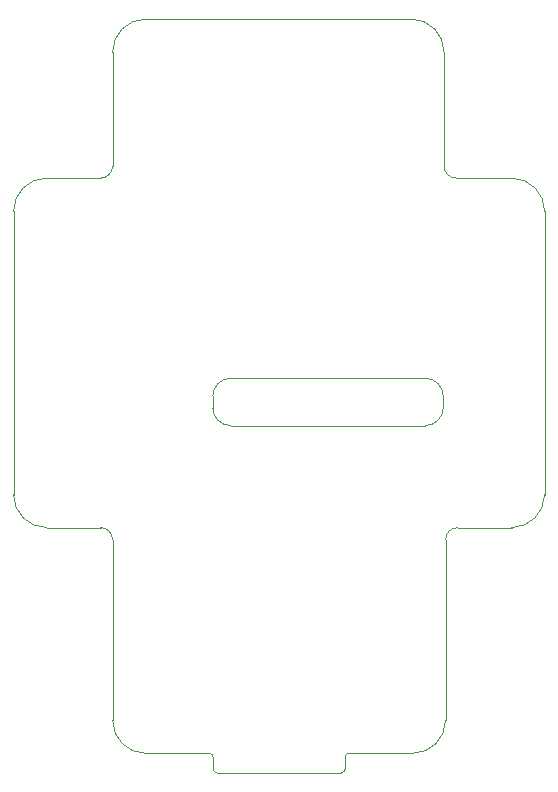
<source format=gbr>
G04 #@! TF.GenerationSoftware,KiCad,Pcbnew,(5.1.4)-1*
G04 #@! TF.CreationDate,2020-08-10T08:42:24-07:00*
G04 #@! TF.ProjectId,SkateLightMainBoard,536b6174-654c-4696-9768-744d61696e42,rev?*
G04 #@! TF.SameCoordinates,Original*
G04 #@! TF.FileFunction,Profile,NP*
%FSLAX46Y46*%
G04 Gerber Fmt 4.6, Leading zero omitted, Abs format (unit mm)*
G04 Created by KiCad (PCBNEW (5.1.4)-1) date 2020-08-10 08:42:24*
%MOMM*%
%LPD*%
G04 APERTURE LIST*
%ADD10C,0.050000*%
G04 APERTURE END LIST*
D10*
X12390000Y-8000000D02*
X-4110000Y-8000000D01*
X13890000Y-6500000D02*
G75*
G02X12390000Y-8000000I-1500000J0D01*
G01*
X13890000Y-5500000D02*
X13890000Y-6500000D01*
X12390000Y-4000000D02*
G75*
G02X13890000Y-5500000I0J-1500000D01*
G01*
X-4110000Y-8000000D02*
G75*
G02X-5610000Y-6500000I0J1500000D01*
G01*
X-4110000Y-4000000D02*
X12390000Y-4000000D01*
X-5610000Y-5500000D02*
G75*
G02X-4110000Y-4000000I1500000J0D01*
G01*
X-5610000Y-6500000D02*
X-5610000Y-5500000D01*
X-11303000Y26416000D02*
X11176000Y26416000D01*
X13970000Y23622000D02*
G75*
G03X11176000Y26416000I-2794000J0D01*
G01*
X13970000Y13970000D02*
G75*
G03X14986000Y12954000I1016000J0D01*
G01*
X18542000Y12954000D02*
X14986000Y12954000D01*
X13970000Y13970000D02*
X13970000Y23622000D01*
X-14097000Y23622000D02*
G75*
G02X-11303000Y26416000I2794000J0D01*
G01*
X-14097000Y13970000D02*
X-14097000Y23622000D01*
X-14097000Y13970000D02*
G75*
G02X-15113000Y12954000I-1016000J0D01*
G01*
X-19685000Y12954000D02*
X-15113000Y12954000D01*
X19685000Y-16637000D02*
G75*
G03X22479000Y-13843000I0J2794000D01*
G01*
X22479000Y10160000D02*
G75*
G03X19685000Y12954000I-2794000J0D01*
G01*
X15113000Y-16637000D02*
G75*
G03X14097000Y-17653000I0J-1016000D01*
G01*
X5270500Y-37401500D02*
G75*
G03X5588000Y-37084000I0J317500D01*
G01*
X19685000Y-16637000D02*
X15113000Y-16637000D01*
X22479000Y10160000D02*
X22479000Y-13843000D01*
X5588000Y-36068000D02*
G75*
G02X5905500Y-35750500I317500J0D01*
G01*
X11303000Y-35750500D02*
G75*
G03X14097000Y-32956500I0J2794000D01*
G01*
X14097000Y-32956500D02*
X14097000Y-17653000D01*
X11303000Y-35750500D02*
X5905500Y-35750500D01*
X5588000Y-36068000D02*
X5588000Y-37084000D01*
X-11303000Y-35750500D02*
G75*
G02X-14097000Y-32956500I0J2794000D01*
G01*
X-11303000Y-35750500D02*
X-5905500Y-35750500D01*
X5270500Y-37401500D02*
X-5270500Y-37401500D01*
X-5588000Y-36068000D02*
G75*
G03X-5905500Y-35750500I-317500J0D01*
G01*
X-5270500Y-37401500D02*
G75*
G02X-5588000Y-37084000I0J317500D01*
G01*
X-5588000Y-36068000D02*
X-5588000Y-37084000D01*
X-14097000Y-32956500D02*
X-14097000Y-17653000D01*
X-15113000Y-16637000D02*
G75*
G02X-14097000Y-17653000I0J-1016000D01*
G01*
X-19685000Y-16637000D02*
X-15113000Y-16637000D01*
X-19685000Y-16637000D02*
G75*
G02X-22479000Y-13843000I0J2794000D01*
G01*
X-22479000Y10160000D02*
X-22479000Y-13843000D01*
X-22479000Y10160000D02*
G75*
G02X-19685000Y12954000I2794000J0D01*
G01*
X18542000Y12954000D02*
X19685000Y12954000D01*
M02*

</source>
